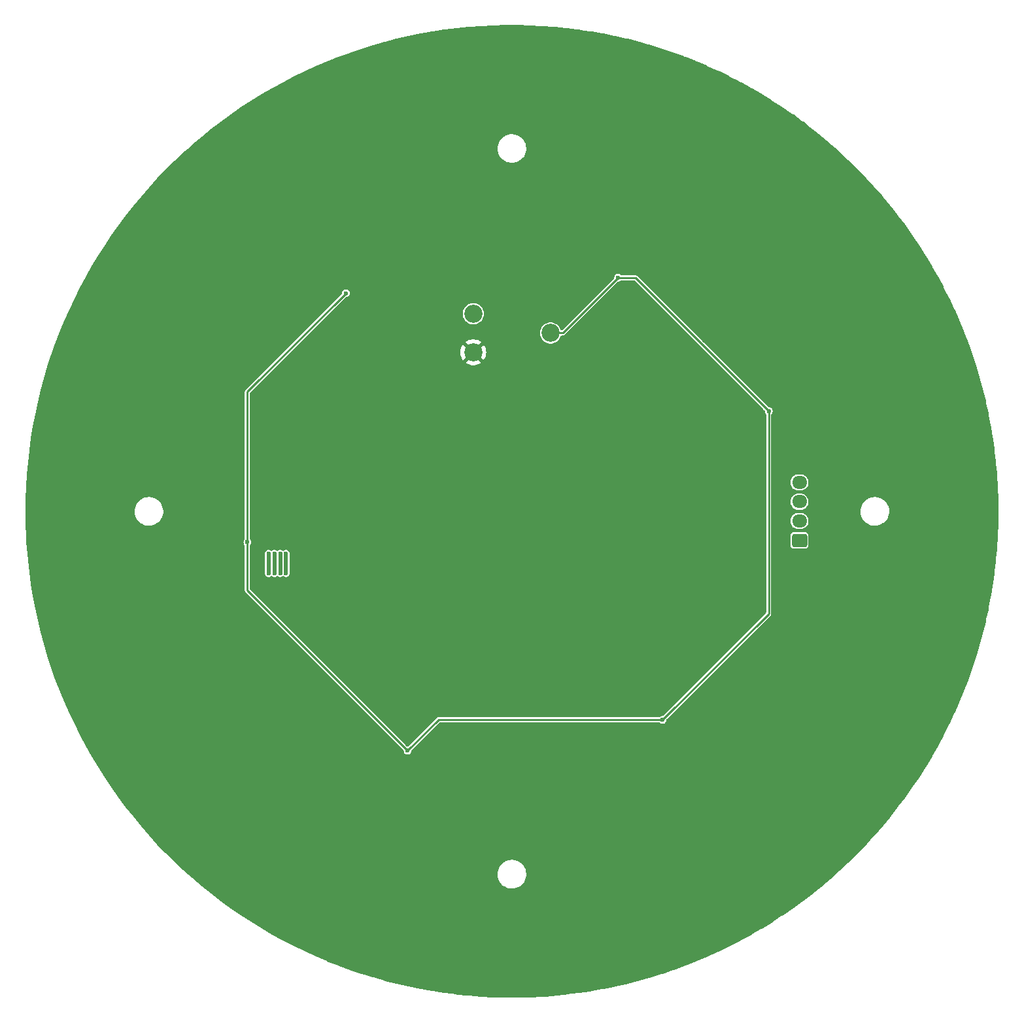
<source format=gbr>
%TF.GenerationSoftware,KiCad,Pcbnew,7.0.8*%
%TF.CreationDate,2023-11-12T08:49:20+11:00*%
%TF.ProjectId,Line 4.3,4c696e65-2034-42e3-932e-6b696361645f,rev?*%
%TF.SameCoordinates,Original*%
%TF.FileFunction,Copper,L1,Top*%
%TF.FilePolarity,Positive*%
%FSLAX46Y46*%
G04 Gerber Fmt 4.6, Leading zero omitted, Abs format (unit mm)*
G04 Created by KiCad (PCBNEW 7.0.8) date 2023-11-12 08:49:20*
%MOMM*%
%LPD*%
G01*
G04 APERTURE LIST*
G04 Aperture macros list*
%AMRoundRect*
0 Rectangle with rounded corners*
0 $1 Rounding radius*
0 $2 $3 $4 $5 $6 $7 $8 $9 X,Y pos of 4 corners*
0 Add a 4 corners polygon primitive as box body*
4,1,4,$2,$3,$4,$5,$6,$7,$8,$9,$2,$3,0*
0 Add four circle primitives for the rounded corners*
1,1,$1+$1,$2,$3*
1,1,$1+$1,$4,$5*
1,1,$1+$1,$6,$7*
1,1,$1+$1,$8,$9*
0 Add four rect primitives between the rounded corners*
20,1,$1+$1,$2,$3,$4,$5,0*
20,1,$1+$1,$4,$5,$6,$7,0*
20,1,$1+$1,$6,$7,$8,$9,0*
20,1,$1+$1,$8,$9,$2,$3,0*%
G04 Aperture macros list end*
%TA.AperFunction,ComponentPad*%
%ADD10RoundRect,0.250000X0.725000X-0.600000X0.725000X0.600000X-0.725000X0.600000X-0.725000X-0.600000X0*%
%TD*%
%TA.AperFunction,ComponentPad*%
%ADD11O,1.950000X1.700000*%
%TD*%
%TA.AperFunction,ComponentPad*%
%ADD12C,2.340000*%
%TD*%
%TA.AperFunction,ViaPad*%
%ADD13C,0.600000*%
%TD*%
%TA.AperFunction,Conductor*%
%ADD14C,0.500000*%
%TD*%
%TA.AperFunction,Conductor*%
%ADD15C,0.250000*%
%TD*%
G04 APERTURE END LIST*
D10*
%TO.P,J1,1,Pin_1*%
%TO.N,+15V*%
X187225000Y-153750000D03*
D11*
%TO.P,J1,2,Pin_2*%
%TO.N,GND*%
X187225000Y-151250000D03*
%TO.P,J1,3,Pin_3*%
%TO.N,/SDA*%
X187225000Y-148750000D03*
%TO.P,J1,4,Pin_4*%
%TO.N,/SCL*%
X187225000Y-146250000D03*
%TD*%
D12*
%TO.P,RV1,1,1*%
%TO.N,+3V3*%
X145000000Y-129400000D03*
%TO.P,RV1,2,2*%
%TO.N,/VREF*%
X155000000Y-126900000D03*
%TO.P,RV1,3,3*%
%TO.N,GND*%
X145000000Y-124400000D03*
%TD*%
D13*
%TO.N,+3V3*%
X89250000Y-153250000D03*
X91708235Y-167172146D03*
X138500000Y-166250000D03*
X122439583Y-204236043D03*
X181674038Y-201861043D03*
X188750000Y-162250000D03*
X161359253Y-91185951D03*
X138640747Y-208814049D03*
X167172146Y-208291765D03*
X183189583Y-200986043D03*
X188750000Y-158500000D03*
X141250000Y-166250000D03*
X116444392Y-100379982D03*
X104745166Y-110755574D03*
X161750000Y-112250000D03*
X200986043Y-116810417D03*
X91185951Y-138640747D03*
X148750000Y-166250000D03*
X169569623Y-206614087D03*
X153250000Y-210750000D03*
X138500000Y-133750000D03*
X131137484Y-92161168D03*
X151500000Y-133750000D03*
X188750000Y-160750000D03*
X158750000Y-166250000D03*
X90478844Y-137416002D03*
X146750000Y-89250000D03*
X208814049Y-161359253D03*
X209068223Y-164274368D03*
X151250000Y-166250000D03*
X199620018Y-116444392D03*
X146250000Y-133750000D03*
X141000000Y-133750000D03*
X168862516Y-207838832D03*
X195254834Y-190658640D03*
X145750000Y-90250000D03*
X90931777Y-135725632D03*
X146250000Y-166250000D03*
X179075962Y-96638957D03*
X166500000Y-166250000D03*
X188750000Y-160000000D03*
X176500000Y-179000000D03*
X92161168Y-168862516D03*
X188000000Y-168500000D03*
X208291765Y-132827854D03*
X108103923Y-194017397D03*
X137416002Y-209521156D03*
X104745166Y-109341360D03*
X194017397Y-191896077D03*
X100379982Y-183555608D03*
X110755574Y-195254834D03*
X136000000Y-133750000D03*
X204236043Y-177560417D03*
X191896077Y-105982603D03*
X210750000Y-148500000D03*
X128500000Y-166250000D03*
X164000000Y-166250000D03*
X153750000Y-133750000D03*
X133500000Y-133750000D03*
X109341360Y-195254834D03*
X138250000Y-187250000D03*
X148500000Y-89250000D03*
X176194392Y-96129982D03*
X125750000Y-166250000D03*
X171590000Y-142500000D03*
X118325962Y-98138957D03*
X183555608Y-199620018D03*
X132827854Y-91708235D03*
X188750000Y-161500000D03*
X120924038Y-203361043D03*
X189244426Y-104745166D03*
X151500000Y-210750000D03*
X195254834Y-189244426D03*
X188750000Y-159250000D03*
X203361043Y-179075962D03*
X190658640Y-104745166D03*
X188000000Y-132250000D03*
X89250000Y-151500000D03*
X99013957Y-183189583D03*
X209750000Y-145750000D03*
X96638957Y-120924038D03*
X161500000Y-166250000D03*
X209521156Y-162583998D03*
X136000000Y-166250000D03*
X135725632Y-209068223D03*
X206614087Y-130430377D03*
X123500000Y-121250000D03*
X133500000Y-166250000D03*
X177560417Y-95763957D03*
X164274368Y-90931777D03*
X188750000Y-164500000D03*
X95763957Y-122439583D03*
X210750000Y-146750000D03*
X130430377Y-93385913D03*
X116810417Y-99013957D03*
X154250000Y-209750000D03*
X159000000Y-133750000D03*
X153750000Y-166250000D03*
X207838832Y-131137484D03*
X125750000Y-133750000D03*
X203870018Y-176194392D03*
X188750000Y-163750000D03*
X123805608Y-203870018D03*
X201861043Y-118325962D03*
X105982603Y-108103923D03*
X128500000Y-133750000D03*
X93385913Y-169569623D03*
X90250000Y-154250000D03*
X96129982Y-123805608D03*
X98138957Y-181674038D03*
X188750000Y-163000000D03*
X162583998Y-90478844D03*
X111549517Y-158750000D03*
%TO.N,GND*%
X119250000Y-158000000D03*
X120750000Y-155500000D03*
X119250000Y-155500000D03*
X120750000Y-158000000D03*
X120000000Y-155500000D03*
X120000000Y-158000000D03*
X118500000Y-155500000D03*
X118500000Y-158000000D03*
%TO.N,/VREF*%
X136500000Y-181000000D03*
X128500000Y-121750000D03*
X183250000Y-137000000D03*
X163750000Y-119750000D03*
X115750000Y-154000000D03*
X169500000Y-177000000D03*
%TD*%
D14*
%TO.N,GND*%
X118500000Y-158000000D02*
X118500000Y-155500000D01*
X119250000Y-155500000D02*
X119250000Y-158000000D01*
X120750000Y-158000000D02*
X120750000Y-155500000D01*
X120000000Y-158000000D02*
X120000000Y-155500000D01*
D15*
%TO.N,/VREF*%
X183250000Y-163250000D02*
X169500000Y-177000000D01*
X140500000Y-177000000D02*
X136500000Y-181000000D01*
X183250000Y-137000000D02*
X183250000Y-163250000D01*
X169500000Y-177000000D02*
X140500000Y-177000000D01*
X155000000Y-126900000D02*
X156600000Y-126900000D01*
X115750000Y-134500000D02*
X128500000Y-121750000D01*
X156600000Y-126900000D02*
X163750000Y-119750000D01*
X163750000Y-119750000D02*
X166000000Y-119750000D01*
X166000000Y-119750000D02*
X183250000Y-137000000D01*
X115750000Y-154000000D02*
X115750000Y-134500000D01*
X115750000Y-160250000D02*
X115750000Y-154000000D01*
X136500000Y-181000000D02*
X115750000Y-160250000D01*
%TD*%
%TA.AperFunction,Conductor*%
%TO.N,+3V3*%
G36*
X150832733Y-87006506D02*
G01*
X152247806Y-87042079D01*
X152417789Y-87047442D01*
X153825178Y-87118245D01*
X154001388Y-87128261D01*
X155400350Y-87233941D01*
X155413858Y-87235051D01*
X155582341Y-87248898D01*
X156972391Y-87389113D01*
X157159863Y-87409296D01*
X158384488Y-87564002D01*
X158540284Y-87583684D01*
X158732762Y-87609333D01*
X158898689Y-87634545D01*
X160103095Y-87817555D01*
X160300060Y-87848878D01*
X161659571Y-88090554D01*
X161850713Y-88125918D01*
X161860988Y-88127819D01*
X163208907Y-88402547D01*
X163414252Y-88445924D01*
X164750160Y-88753360D01*
X164959043Y-88803021D01*
X166282124Y-89142730D01*
X166494391Y-89198890D01*
X167658900Y-89529292D01*
X167804146Y-89570502D01*
X168019221Y-89633252D01*
X168292239Y-89718182D01*
X169315041Y-90036358D01*
X169484121Y-90090354D01*
X169532675Y-90105860D01*
X170813882Y-90540023D01*
X171033691Y-90616381D01*
X172090424Y-91004346D01*
X172299720Y-91081187D01*
X172342441Y-91097246D01*
X172521407Y-91164523D01*
X173771661Y-91659534D01*
X173920034Y-91719626D01*
X173994877Y-91749938D01*
X175228780Y-92274715D01*
X175453121Y-92372234D01*
X176413965Y-92809711D01*
X176669954Y-92926264D01*
X176895194Y-93031006D01*
X178094635Y-93613940D01*
X178320242Y-93725862D01*
X179387918Y-94278348D01*
X179501520Y-94337133D01*
X179727375Y-94456371D01*
X180889984Y-95095521D01*
X181016444Y-95166420D01*
X181115641Y-95222035D01*
X182258992Y-95888550D01*
X182484206Y-96022394D01*
X183607848Y-96715828D01*
X183832125Y-96856891D01*
X184935546Y-97576752D01*
X185040924Y-97646803D01*
X185158677Y-97725081D01*
X186241122Y-98470694D01*
X186462902Y-98626332D01*
X187445980Y-99340581D01*
X187524157Y-99397380D01*
X187744039Y-99560120D01*
X188661375Y-100262490D01*
X188783435Y-100355948D01*
X189001299Y-100525867D01*
X190018313Y-101345908D01*
X190233832Y-101522922D01*
X191228013Y-102366647D01*
X191317164Y-102443716D01*
X191440868Y-102550659D01*
X192171413Y-103202924D01*
X192411746Y-103417505D01*
X192621622Y-103608405D01*
X193568845Y-104497907D01*
X193694406Y-104618042D01*
X193775368Y-104695506D01*
X193932322Y-104850499D01*
X194698322Y-105606933D01*
X194901470Y-105811367D01*
X195263737Y-106187555D01*
X195799743Y-106744159D01*
X195922296Y-106873875D01*
X195999059Y-106955125D01*
X196872211Y-107908672D01*
X197067539Y-108126156D01*
X197915156Y-109099854D01*
X198106200Y-109323681D01*
X198927882Y-110316925D01*
X199114379Y-110546931D01*
X199909774Y-111559151D01*
X200091441Y-111795133D01*
X200860130Y-112825658D01*
X201036806Y-113067546D01*
X201778385Y-114115691D01*
X201923352Y-114325059D01*
X201949849Y-114363327D01*
X202663955Y-115428436D01*
X202829991Y-115681655D01*
X203516312Y-116763123D01*
X203676654Y-117021656D01*
X204334877Y-118118857D01*
X204467779Y-118345733D01*
X204489327Y-118382517D01*
X205119099Y-119494728D01*
X205267533Y-119763442D01*
X205868550Y-120889995D01*
X205912970Y-120975435D01*
X206010691Y-121163396D01*
X206582697Y-122303675D01*
X206718421Y-122581654D01*
X207261115Y-123734938D01*
X207390210Y-124017189D01*
X207903356Y-125182850D01*
X208025677Y-125469176D01*
X208508961Y-126646373D01*
X208624433Y-126936737D01*
X208707004Y-127153193D01*
X209077621Y-128124762D01*
X209186060Y-128418841D01*
X209608961Y-129617063D01*
X209710207Y-129914553D01*
X210102624Y-131122293D01*
X210196553Y-131422946D01*
X210558302Y-132639513D01*
X210644794Y-132943075D01*
X210975674Y-134167667D01*
X211054665Y-134474034D01*
X211354511Y-135705919D01*
X211425878Y-136014747D01*
X211694566Y-137253293D01*
X211758208Y-137564264D01*
X211995597Y-138808695D01*
X212051462Y-139121672D01*
X212257432Y-140371248D01*
X212305439Y-140685908D01*
X212479897Y-141939946D01*
X212519987Y-142256007D01*
X212662838Y-143513690D01*
X212694978Y-143831039D01*
X212806155Y-145091663D01*
X212830290Y-145409869D01*
X212909741Y-146672713D01*
X212925850Y-146991632D01*
X212973536Y-148255943D01*
X212981594Y-148575221D01*
X212999500Y-150000000D01*
X212981594Y-151424778D01*
X212973536Y-151744056D01*
X212925850Y-153008367D01*
X212909741Y-153327286D01*
X212830290Y-154590130D01*
X212806155Y-154908336D01*
X212694978Y-156168960D01*
X212662838Y-156486309D01*
X212519987Y-157743992D01*
X212479897Y-158060053D01*
X212305439Y-159314091D01*
X212257432Y-159628751D01*
X212051462Y-160878327D01*
X211995597Y-161191304D01*
X211758208Y-162435735D01*
X211694566Y-162746706D01*
X211425878Y-163985252D01*
X211354511Y-164294080D01*
X211054665Y-165525965D01*
X210975674Y-165832332D01*
X210644794Y-167056924D01*
X210558302Y-167360486D01*
X210196553Y-168577053D01*
X210102624Y-168877706D01*
X209710207Y-170085446D01*
X209608961Y-170382936D01*
X209186060Y-171581158D01*
X209077621Y-171875237D01*
X208624441Y-173063244D01*
X208508961Y-173353626D01*
X208025677Y-174530823D01*
X207903356Y-174817149D01*
X207390210Y-175982810D01*
X207261115Y-176265061D01*
X206718421Y-177418345D01*
X206582697Y-177696324D01*
X206010691Y-178836603D01*
X205868559Y-179109988D01*
X205267533Y-180236557D01*
X205119099Y-180505271D01*
X204489327Y-181617482D01*
X204424581Y-181728010D01*
X204334865Y-181881163D01*
X203676654Y-182978343D01*
X203516312Y-183236876D01*
X202829991Y-184318344D01*
X202663955Y-184571563D01*
X201949849Y-185636672D01*
X201778381Y-185884315D01*
X201036808Y-186932451D01*
X200860130Y-187174341D01*
X200091441Y-188204866D01*
X199909774Y-188440848D01*
X199114379Y-189453068D01*
X198927882Y-189683074D01*
X198106200Y-190676318D01*
X197915156Y-190900145D01*
X197067539Y-191873843D01*
X196872211Y-192091327D01*
X195999059Y-193044874D01*
X195799721Y-193255864D01*
X194901470Y-194188632D01*
X194698322Y-194393066D01*
X193775377Y-195304485D01*
X193568828Y-195502109D01*
X192621636Y-196391582D01*
X192411746Y-196582494D01*
X191440884Y-197449326D01*
X191417781Y-197469300D01*
X191228013Y-197633352D01*
X190233832Y-198477077D01*
X190018313Y-198654091D01*
X189001299Y-199474132D01*
X188783435Y-199644051D01*
X187744052Y-200439870D01*
X187524157Y-200602619D01*
X186462938Y-201373641D01*
X186241175Y-201529269D01*
X185158657Y-202274932D01*
X184935546Y-202423247D01*
X183832125Y-203143108D01*
X183607848Y-203284171D01*
X182484206Y-203977605D01*
X182258992Y-204111449D01*
X181115626Y-204777973D01*
X180889984Y-204904478D01*
X179727375Y-205543628D01*
X179501520Y-205662866D01*
X178320264Y-206274126D01*
X178094562Y-206386094D01*
X176895224Y-206968979D01*
X176669970Y-207073728D01*
X175453126Y-207627763D01*
X175228695Y-207725321D01*
X173994877Y-208250061D01*
X173771664Y-208340464D01*
X172521449Y-208835459D01*
X172484682Y-208849281D01*
X172299720Y-208918812D01*
X171033726Y-209383605D01*
X170813846Y-209459988D01*
X169532675Y-209894139D01*
X169314999Y-209963654D01*
X168019221Y-210366747D01*
X167804146Y-210429497D01*
X166494413Y-210801103D01*
X166282080Y-210857280D01*
X164959078Y-211196969D01*
X164750058Y-211246662D01*
X163414284Y-211554068D01*
X163208834Y-211597467D01*
X161860984Y-211872180D01*
X161659474Y-211909463D01*
X160300103Y-212151114D01*
X160103067Y-212182448D01*
X158732762Y-212390666D01*
X158540284Y-212416315D01*
X157159871Y-212590702D01*
X156972360Y-212610889D01*
X155582390Y-212751096D01*
X155400350Y-212766058D01*
X154001388Y-212871738D01*
X153825092Y-212881759D01*
X152417806Y-212952556D01*
X152247719Y-212957923D01*
X150832741Y-212993493D01*
X150669021Y-212994526D01*
X149247101Y-212994526D01*
X149090230Y-212991555D01*
X147661932Y-212955651D01*
X147512260Y-212949038D01*
X146078228Y-212876895D01*
X145936124Y-212867018D01*
X144496987Y-212758303D01*
X144362849Y-212745572D01*
X142919272Y-212599958D01*
X142793237Y-212584778D01*
X141346022Y-212401953D01*
X141228498Y-212384780D01*
X139778195Y-212164406D01*
X139669726Y-212145750D01*
X138216882Y-211887483D01*
X138117608Y-211867817D01*
X136662988Y-211571342D01*
X136613167Y-211560160D01*
X136573312Y-211551214D01*
X135117519Y-211216187D01*
X135038043Y-211196230D01*
X133581540Y-210822264D01*
X133512179Y-210802973D01*
X132055890Y-210389786D01*
X131997261Y-210371875D01*
X130869155Y-210020942D01*
X130541641Y-209919058D01*
X130493850Y-209903128D01*
X129039701Y-209410360D01*
X129003173Y-209397152D01*
X127700276Y-208918812D01*
X127551016Y-208864013D01*
X127546723Y-208862337D01*
X127526105Y-208854287D01*
X126076564Y-208280373D01*
X126063531Y-208274903D01*
X124617219Y-207659786D01*
X124616467Y-207659448D01*
X123176118Y-207003652D01*
X121752082Y-206311563D01*
X120345888Y-205583906D01*
X118958424Y-204821141D01*
X117590567Y-204023751D01*
X116243180Y-203192237D01*
X114917115Y-202327126D01*
X113613208Y-201428965D01*
X112332285Y-200498319D01*
X111075153Y-199535778D01*
X109842607Y-198541949D01*
X108635426Y-197517460D01*
X108131760Y-197067763D01*
X148145787Y-197067763D01*
X148175413Y-197337013D01*
X148175415Y-197337024D01*
X148243926Y-197599082D01*
X148243928Y-197599088D01*
X148349870Y-197848390D01*
X148421998Y-197966575D01*
X148490979Y-198079605D01*
X148490986Y-198079615D01*
X148664253Y-198287819D01*
X148664259Y-198287824D01*
X148865998Y-198468582D01*
X149091910Y-198618044D01*
X149337176Y-198733020D01*
X149337183Y-198733022D01*
X149337185Y-198733023D01*
X149596557Y-198811057D01*
X149596564Y-198811058D01*
X149596569Y-198811060D01*
X149864561Y-198850500D01*
X149864566Y-198850500D01*
X150067636Y-198850500D01*
X150119133Y-198846730D01*
X150270156Y-198835677D01*
X150382758Y-198810593D01*
X150534546Y-198776782D01*
X150534548Y-198776781D01*
X150534553Y-198776780D01*
X150787558Y-198680014D01*
X151023777Y-198547441D01*
X151238177Y-198381888D01*
X151426186Y-198186881D01*
X151583799Y-197966579D01*
X151657787Y-197822669D01*
X151707649Y-197725690D01*
X151707651Y-197725684D01*
X151707656Y-197725675D01*
X151795118Y-197469305D01*
X151844319Y-197202933D01*
X151854212Y-196932235D01*
X151824586Y-196662982D01*
X151756072Y-196400912D01*
X151650130Y-196151610D01*
X151509018Y-195920390D01*
X151419747Y-195813119D01*
X151335746Y-195712180D01*
X151335740Y-195712175D01*
X151134002Y-195531418D01*
X150908092Y-195381957D01*
X150902015Y-195379108D01*
X150662824Y-195266980D01*
X150662819Y-195266978D01*
X150662814Y-195266976D01*
X150403442Y-195188942D01*
X150403428Y-195188939D01*
X150287791Y-195171921D01*
X150135439Y-195149500D01*
X149932369Y-195149500D01*
X149932364Y-195149500D01*
X149729844Y-195164323D01*
X149729831Y-195164325D01*
X149465453Y-195223217D01*
X149465446Y-195223220D01*
X149212439Y-195319987D01*
X148976226Y-195452557D01*
X148761822Y-195618112D01*
X148573822Y-195813109D01*
X148573816Y-195813116D01*
X148416202Y-196033419D01*
X148416199Y-196033424D01*
X148292350Y-196274309D01*
X148292343Y-196274327D01*
X148204884Y-196530685D01*
X148204881Y-196530699D01*
X148155681Y-196797068D01*
X148155680Y-196797075D01*
X148145787Y-197067763D01*
X108131760Y-197067763D01*
X107454371Y-196462958D01*
X106300189Y-195379108D01*
X105173608Y-194266597D01*
X104075341Y-193126125D01*
X103006081Y-191958415D01*
X101966503Y-190764202D01*
X100957264Y-189544242D01*
X99979002Y-188299305D01*
X99032334Y-187030177D01*
X98117858Y-185737660D01*
X97236152Y-184422571D01*
X96387773Y-183085739D01*
X95573257Y-181728010D01*
X94793117Y-180350241D01*
X94047848Y-178953301D01*
X93337919Y-177538075D01*
X92663779Y-176105454D01*
X92025854Y-174656345D01*
X91424546Y-173191663D01*
X90860236Y-171712332D01*
X90333280Y-170219287D01*
X89844011Y-168713471D01*
X89392738Y-167195835D01*
X88979745Y-165667339D01*
X88605294Y-164128946D01*
X88269622Y-162581629D01*
X87972939Y-161026365D01*
X87715434Y-159464137D01*
X87497270Y-157895931D01*
X87318583Y-156322738D01*
X87179488Y-154745551D01*
X87132582Y-154000000D01*
X115244353Y-154000000D01*
X115264834Y-154142456D01*
X115324622Y-154273371D01*
X115324623Y-154273373D01*
X115394213Y-154353685D01*
X115423238Y-154417240D01*
X115424500Y-154434887D01*
X115424500Y-160233078D01*
X115424264Y-160238485D01*
X115420735Y-160278808D01*
X115431212Y-160317910D01*
X115432383Y-160323190D01*
X115439411Y-160363043D01*
X115441235Y-160368055D01*
X115448197Y-160384861D01*
X115450445Y-160389681D01*
X115450446Y-160389684D01*
X115464452Y-160409687D01*
X115473655Y-160422831D01*
X115476561Y-160427392D01*
X115496806Y-160462455D01*
X115527815Y-160488475D01*
X115531804Y-160492130D01*
X135958035Y-180918362D01*
X135991519Y-180979683D01*
X135992764Y-180991268D01*
X135993091Y-180991222D01*
X136014834Y-181142456D01*
X136074622Y-181273371D01*
X136074623Y-181273373D01*
X136168872Y-181382143D01*
X136289947Y-181459953D01*
X136289950Y-181459954D01*
X136289949Y-181459954D01*
X136428036Y-181500499D01*
X136428038Y-181500500D01*
X136428039Y-181500500D01*
X136571962Y-181500500D01*
X136571962Y-181500499D01*
X136710053Y-181459953D01*
X136831128Y-181382143D01*
X136925377Y-181273373D01*
X136985165Y-181142457D01*
X137005647Y-181000000D01*
X137005646Y-180999999D01*
X137006909Y-180991222D01*
X137009873Y-180991648D01*
X137025332Y-180939002D01*
X137041966Y-180918360D01*
X140598508Y-177361819D01*
X140659831Y-177328334D01*
X140686189Y-177325500D01*
X169063162Y-177325500D01*
X169130201Y-177345185D01*
X169156872Y-177368295D01*
X169168872Y-177382143D01*
X169289947Y-177459953D01*
X169289950Y-177459954D01*
X169289949Y-177459954D01*
X169428036Y-177500499D01*
X169428038Y-177500500D01*
X169428039Y-177500500D01*
X169571962Y-177500500D01*
X169571962Y-177500499D01*
X169710053Y-177459953D01*
X169831128Y-177382143D01*
X169925377Y-177273373D01*
X169985165Y-177142457D01*
X170005647Y-177000000D01*
X170005646Y-176999999D01*
X170006909Y-176991221D01*
X170009873Y-176991647D01*
X170025332Y-176939001D01*
X170041966Y-176918359D01*
X176577389Y-170382936D01*
X183468210Y-163492115D01*
X183472172Y-163488484D01*
X183503194Y-163462455D01*
X183523444Y-163427378D01*
X183526333Y-163422845D01*
X183549553Y-163389684D01*
X183549555Y-163389676D01*
X183551816Y-163384828D01*
X183558754Y-163368079D01*
X183560583Y-163363052D01*
X183560588Y-163363045D01*
X183567622Y-163323147D01*
X183568779Y-163317929D01*
X183579263Y-163278807D01*
X183575735Y-163238489D01*
X183575500Y-163233086D01*
X183575500Y-154404269D01*
X186049500Y-154404269D01*
X186052353Y-154434699D01*
X186052353Y-154434701D01*
X186097206Y-154562880D01*
X186097207Y-154562882D01*
X186177850Y-154672150D01*
X186287118Y-154752793D01*
X186329845Y-154767744D01*
X186415299Y-154797646D01*
X186445730Y-154800500D01*
X186445734Y-154800500D01*
X188004270Y-154800500D01*
X188034699Y-154797646D01*
X188034701Y-154797646D01*
X188098790Y-154775219D01*
X188162882Y-154752793D01*
X188272150Y-154672150D01*
X188352793Y-154562882D01*
X188375219Y-154498790D01*
X188397646Y-154434701D01*
X188397646Y-154434699D01*
X188400500Y-154404269D01*
X188400500Y-153095730D01*
X188397646Y-153065300D01*
X188397646Y-153065298D01*
X188352793Y-152937119D01*
X188352792Y-152937117D01*
X188272150Y-152827850D01*
X188162882Y-152747207D01*
X188162880Y-152747206D01*
X188034700Y-152702353D01*
X188004270Y-152699500D01*
X188004266Y-152699500D01*
X186445734Y-152699500D01*
X186445730Y-152699500D01*
X186415300Y-152702353D01*
X186415298Y-152702353D01*
X186287119Y-152747206D01*
X186287117Y-152747207D01*
X186177850Y-152827850D01*
X186097207Y-152937117D01*
X186097206Y-152937119D01*
X186052353Y-153065298D01*
X186052353Y-153065300D01*
X186049500Y-153095730D01*
X186049500Y-154404269D01*
X183575500Y-154404269D01*
X183575500Y-151250000D01*
X186044417Y-151250000D01*
X186064699Y-151455932D01*
X186092458Y-151547441D01*
X186124768Y-151653954D01*
X186222315Y-151836450D01*
X186256969Y-151878677D01*
X186353589Y-151996410D01*
X186450209Y-152075702D01*
X186513550Y-152127685D01*
X186696046Y-152225232D01*
X186894066Y-152285300D01*
X186894065Y-152285300D01*
X186932647Y-152289100D01*
X187048392Y-152300500D01*
X187048395Y-152300500D01*
X187401605Y-152300500D01*
X187401608Y-152300500D01*
X187555934Y-152285300D01*
X187753954Y-152225232D01*
X187936450Y-152127685D01*
X188096410Y-151996410D01*
X188227685Y-151836450D01*
X188325232Y-151653954D01*
X188385300Y-151455934D01*
X188405583Y-151250000D01*
X188385300Y-151044066D01*
X188325232Y-150846046D01*
X188227685Y-150663550D01*
X188174778Y-150599082D01*
X188096410Y-150503589D01*
X187936452Y-150372317D01*
X187936453Y-150372317D01*
X187936450Y-150372315D01*
X187753954Y-150274768D01*
X187555934Y-150214700D01*
X187555932Y-150214699D01*
X187555934Y-150214699D01*
X187436372Y-150202924D01*
X187401608Y-150199500D01*
X187048392Y-150199500D01*
X187013628Y-150202924D01*
X186894067Y-150214699D01*
X186696043Y-150274769D01*
X186585898Y-150333643D01*
X186513550Y-150372315D01*
X186513548Y-150372316D01*
X186513547Y-150372317D01*
X186353589Y-150503589D01*
X186222317Y-150663547D01*
X186124769Y-150846043D01*
X186064699Y-151044067D01*
X186044417Y-151250000D01*
X183575500Y-151250000D01*
X183575500Y-150067763D01*
X195145787Y-150067763D01*
X195175413Y-150337013D01*
X195175415Y-150337024D01*
X195243926Y-150599082D01*
X195243928Y-150599088D01*
X195349870Y-150848390D01*
X195421998Y-150966575D01*
X195490979Y-151079605D01*
X195490986Y-151079615D01*
X195664253Y-151287819D01*
X195664259Y-151287824D01*
X195865998Y-151468582D01*
X196091910Y-151618044D01*
X196337176Y-151733020D01*
X196337183Y-151733022D01*
X196337185Y-151733023D01*
X196596557Y-151811057D01*
X196596564Y-151811058D01*
X196596569Y-151811060D01*
X196864561Y-151850500D01*
X196864566Y-151850500D01*
X197067636Y-151850500D01*
X197119133Y-151846730D01*
X197270156Y-151835677D01*
X197382758Y-151810593D01*
X197534546Y-151776782D01*
X197534548Y-151776781D01*
X197534553Y-151776780D01*
X197787558Y-151680014D01*
X198023777Y-151547441D01*
X198238177Y-151381888D01*
X198426186Y-151186881D01*
X198583799Y-150966579D01*
X198657787Y-150822669D01*
X198707649Y-150725690D01*
X198707651Y-150725684D01*
X198707656Y-150725675D01*
X198795118Y-150469305D01*
X198844319Y-150202933D01*
X198854212Y-149932235D01*
X198824586Y-149662982D01*
X198756072Y-149400912D01*
X198650130Y-149151610D01*
X198509018Y-148920390D01*
X198419747Y-148813119D01*
X198335746Y-148712180D01*
X198335740Y-148712175D01*
X198134002Y-148531418D01*
X197908092Y-148381957D01*
X197908090Y-148381956D01*
X197662824Y-148266980D01*
X197662819Y-148266978D01*
X197662814Y-148266976D01*
X197403442Y-148188942D01*
X197403428Y-148188939D01*
X197287791Y-148171921D01*
X197135439Y-148149500D01*
X196932369Y-148149500D01*
X196932364Y-148149500D01*
X196729844Y-148164323D01*
X196729831Y-148164325D01*
X196465453Y-148223217D01*
X196465446Y-148223220D01*
X196212439Y-148319987D01*
X195976226Y-148452557D01*
X195761822Y-148618112D01*
X195573822Y-148813109D01*
X195573816Y-148813116D01*
X195416202Y-149033419D01*
X195416199Y-149033424D01*
X195292350Y-149274309D01*
X195292343Y-149274327D01*
X195204884Y-149530685D01*
X195204882Y-149530695D01*
X195157855Y-149785300D01*
X195155681Y-149797068D01*
X195155680Y-149797075D01*
X195145787Y-150067763D01*
X183575500Y-150067763D01*
X183575500Y-148750000D01*
X186044417Y-148750000D01*
X186064699Y-148955932D01*
X186088205Y-149033421D01*
X186124768Y-149153954D01*
X186222315Y-149336450D01*
X186222317Y-149336452D01*
X186353589Y-149496410D01*
X186450209Y-149575702D01*
X186513550Y-149627685D01*
X186696046Y-149725232D01*
X186894066Y-149785300D01*
X186894065Y-149785300D01*
X186932647Y-149789100D01*
X187048392Y-149800500D01*
X187048395Y-149800500D01*
X187401605Y-149800500D01*
X187401608Y-149800500D01*
X187555934Y-149785300D01*
X187753954Y-149725232D01*
X187936450Y-149627685D01*
X188096410Y-149496410D01*
X188227685Y-149336450D01*
X188325232Y-149153954D01*
X188385300Y-148955934D01*
X188405583Y-148750000D01*
X188385300Y-148544066D01*
X188325232Y-148346046D01*
X188227685Y-148163550D01*
X188175702Y-148100209D01*
X188096410Y-148003589D01*
X187936452Y-147872317D01*
X187936453Y-147872317D01*
X187936450Y-147872315D01*
X187753954Y-147774768D01*
X187555934Y-147714700D01*
X187555932Y-147714699D01*
X187555934Y-147714699D01*
X187436805Y-147702966D01*
X187401608Y-147699500D01*
X187048392Y-147699500D01*
X187010298Y-147703251D01*
X186894067Y-147714699D01*
X186696043Y-147774769D01*
X186585898Y-147833643D01*
X186513550Y-147872315D01*
X186513548Y-147872316D01*
X186513547Y-147872317D01*
X186353589Y-148003589D01*
X186233845Y-148149500D01*
X186222315Y-148163550D01*
X186183643Y-148235898D01*
X186124769Y-148346043D01*
X186064699Y-148544067D01*
X186044417Y-148750000D01*
X183575500Y-148750000D01*
X183575500Y-146250000D01*
X186044417Y-146250000D01*
X186064699Y-146455932D01*
X186064700Y-146455934D01*
X186124768Y-146653954D01*
X186222315Y-146836450D01*
X186222317Y-146836452D01*
X186353589Y-146996410D01*
X186450209Y-147075702D01*
X186513550Y-147127685D01*
X186696046Y-147225232D01*
X186894066Y-147285300D01*
X186894065Y-147285300D01*
X186932647Y-147289100D01*
X187048392Y-147300500D01*
X187048395Y-147300500D01*
X187401605Y-147300500D01*
X187401608Y-147300500D01*
X187555934Y-147285300D01*
X187753954Y-147225232D01*
X187936450Y-147127685D01*
X188096410Y-146996410D01*
X188227685Y-146836450D01*
X188325232Y-146653954D01*
X188385300Y-146455934D01*
X188405583Y-146250000D01*
X188385300Y-146044066D01*
X188325232Y-145846046D01*
X188227685Y-145663550D01*
X188175702Y-145600209D01*
X188096410Y-145503589D01*
X187936452Y-145372317D01*
X187936453Y-145372317D01*
X187936450Y-145372315D01*
X187753954Y-145274768D01*
X187555934Y-145214700D01*
X187555932Y-145214699D01*
X187555934Y-145214699D01*
X187436805Y-145202966D01*
X187401608Y-145199500D01*
X187048392Y-145199500D01*
X187010298Y-145203251D01*
X186894067Y-145214699D01*
X186696043Y-145274769D01*
X186585898Y-145333643D01*
X186513550Y-145372315D01*
X186513548Y-145372316D01*
X186513547Y-145372317D01*
X186353589Y-145503589D01*
X186222317Y-145663547D01*
X186124769Y-145846043D01*
X186064699Y-146044067D01*
X186044417Y-146250000D01*
X183575500Y-146250000D01*
X183575500Y-137434887D01*
X183595185Y-137367848D01*
X183605782Y-137353689D01*
X183675377Y-137273373D01*
X183735165Y-137142457D01*
X183755647Y-137000000D01*
X183735165Y-136857543D01*
X183675377Y-136726627D01*
X183581128Y-136617857D01*
X183460053Y-136540047D01*
X183460051Y-136540046D01*
X183460049Y-136540045D01*
X183460050Y-136540045D01*
X183321963Y-136499500D01*
X183321961Y-136499500D01*
X183261188Y-136499500D01*
X183194149Y-136479815D01*
X183173507Y-136463181D01*
X174761589Y-128051263D01*
X166242119Y-119531793D01*
X166238474Y-119527814D01*
X166212456Y-119496807D01*
X166212455Y-119496806D01*
X166201058Y-119490226D01*
X166177392Y-119476561D01*
X166172831Y-119473655D01*
X166159687Y-119464452D01*
X166139684Y-119450446D01*
X166139681Y-119450445D01*
X166134861Y-119448197D01*
X166118055Y-119441235D01*
X166113043Y-119439411D01*
X166073190Y-119432383D01*
X166067910Y-119431212D01*
X166028808Y-119420735D01*
X165993892Y-119423790D01*
X165988481Y-119424264D01*
X165983078Y-119424500D01*
X164186838Y-119424500D01*
X164119799Y-119404815D01*
X164093127Y-119381704D01*
X164081128Y-119367857D01*
X163960053Y-119290047D01*
X163960051Y-119290046D01*
X163960049Y-119290045D01*
X163960050Y-119290045D01*
X163821963Y-119249500D01*
X163821961Y-119249500D01*
X163678039Y-119249500D01*
X163678036Y-119249500D01*
X163539949Y-119290045D01*
X163418873Y-119367856D01*
X163324623Y-119476626D01*
X163324622Y-119476628D01*
X163264834Y-119607543D01*
X163243091Y-119758779D01*
X163240126Y-119758352D01*
X163224668Y-119810997D01*
X163208034Y-119831639D01*
X156512691Y-126526982D01*
X156451368Y-126560467D01*
X156381676Y-126555483D01*
X156325743Y-126513611D01*
X156304804Y-126469739D01*
X156300685Y-126453475D01*
X156209451Y-126245482D01*
X156209450Y-126245479D01*
X156085224Y-126055337D01*
X155931396Y-125888235D01*
X155931391Y-125888231D01*
X155931389Y-125888229D01*
X155752169Y-125748736D01*
X155752163Y-125748732D01*
X155552411Y-125640631D01*
X155552406Y-125640629D01*
X155337593Y-125566884D01*
X155188239Y-125541961D01*
X155113563Y-125529500D01*
X154886437Y-125529500D01*
X154830430Y-125538846D01*
X154662406Y-125566884D01*
X154447593Y-125640629D01*
X154447588Y-125640631D01*
X154247836Y-125748732D01*
X154247830Y-125748736D01*
X154068610Y-125888229D01*
X154068607Y-125888232D01*
X153914776Y-126055337D01*
X153790548Y-126245482D01*
X153699314Y-126453475D01*
X153643558Y-126673653D01*
X153624803Y-126899994D01*
X153624803Y-126900005D01*
X153643558Y-127126346D01*
X153699314Y-127346524D01*
X153699315Y-127346526D01*
X153790550Y-127554521D01*
X153914776Y-127744663D01*
X154068604Y-127911765D01*
X154068607Y-127911767D01*
X154068610Y-127911770D01*
X154247830Y-128051263D01*
X154247836Y-128051267D01*
X154247839Y-128051269D01*
X154447590Y-128159369D01*
X154662409Y-128233116D01*
X154886437Y-128270500D01*
X154886438Y-128270500D01*
X155113562Y-128270500D01*
X155113563Y-128270500D01*
X155337591Y-128233116D01*
X155552410Y-128159369D01*
X155752161Y-128051269D01*
X155931396Y-127911765D01*
X156085224Y-127744663D01*
X156209450Y-127554521D01*
X156300685Y-127346526D01*
X156307640Y-127319060D01*
X156343179Y-127258905D01*
X156405599Y-127227512D01*
X156427846Y-127225500D01*
X156583078Y-127225500D01*
X156588481Y-127225735D01*
X156628807Y-127229264D01*
X156667940Y-127218777D01*
X156673162Y-127217619D01*
X156713045Y-127210588D01*
X156713050Y-127210584D01*
X156718099Y-127208747D01*
X156734824Y-127201819D01*
X156739681Y-127199554D01*
X156739684Y-127199554D01*
X156772841Y-127176335D01*
X156777390Y-127173438D01*
X156812455Y-127153194D01*
X156838481Y-127122176D01*
X156842122Y-127118202D01*
X163673507Y-120286819D01*
X163734830Y-120253334D01*
X163761188Y-120250500D01*
X163821962Y-120250500D01*
X163821962Y-120250499D01*
X163960053Y-120209953D01*
X164081128Y-120132143D01*
X164093126Y-120118296D01*
X164151903Y-120080523D01*
X164186838Y-120075500D01*
X165813812Y-120075500D01*
X165880851Y-120095185D01*
X165901493Y-120111819D01*
X182708034Y-136918360D01*
X182741519Y-136979683D01*
X182742764Y-136991268D01*
X182743091Y-136991222D01*
X182764834Y-137142456D01*
X182815453Y-137253293D01*
X182824623Y-137273373D01*
X182894213Y-137353685D01*
X182923238Y-137417240D01*
X182924500Y-137434887D01*
X182924500Y-163063811D01*
X182904815Y-163130850D01*
X182888181Y-163151492D01*
X169576493Y-176463181D01*
X169515170Y-176496666D01*
X169488812Y-176499500D01*
X169428036Y-176499500D01*
X169289949Y-176540045D01*
X169168873Y-176617856D01*
X169168872Y-176617856D01*
X169168872Y-176617857D01*
X169156873Y-176631703D01*
X169098097Y-176669477D01*
X169063162Y-176674500D01*
X140516913Y-176674500D01*
X140511511Y-176674264D01*
X140504126Y-176673618D01*
X140471192Y-176670736D01*
X140471191Y-176670736D01*
X140432099Y-176681211D01*
X140426819Y-176682382D01*
X140386954Y-176689412D01*
X140381962Y-176691229D01*
X140365117Y-176698206D01*
X140360313Y-176700446D01*
X140327163Y-176723658D01*
X140322602Y-176726564D01*
X140287548Y-176746804D01*
X140287545Y-176746806D01*
X140287543Y-176746807D01*
X140287542Y-176746809D01*
X140261523Y-176777815D01*
X140257869Y-176781803D01*
X136587681Y-180451992D01*
X136526358Y-180485477D01*
X136456666Y-180480493D01*
X136412319Y-180451992D01*
X116111819Y-160151492D01*
X116078334Y-160090169D01*
X116075500Y-160063811D01*
X116075500Y-158000000D01*
X117994353Y-158000000D01*
X118014834Y-158142456D01*
X118074622Y-158273371D01*
X118074623Y-158273373D01*
X118168872Y-158382143D01*
X118289947Y-158459953D01*
X118289950Y-158459954D01*
X118289949Y-158459954D01*
X118428036Y-158500499D01*
X118428038Y-158500500D01*
X118428039Y-158500500D01*
X118571962Y-158500500D01*
X118571962Y-158500499D01*
X118710053Y-158459953D01*
X118807960Y-158397031D01*
X118875000Y-158377347D01*
X118942039Y-158397032D01*
X118942040Y-158397032D01*
X119039947Y-158459953D01*
X119039948Y-158459953D01*
X119039949Y-158459954D01*
X119178036Y-158500499D01*
X119178038Y-158500500D01*
X119178039Y-158500500D01*
X119321962Y-158500500D01*
X119321962Y-158500499D01*
X119460053Y-158459953D01*
X119557960Y-158397031D01*
X119625000Y-158377347D01*
X119692039Y-158397032D01*
X119692040Y-158397032D01*
X119789947Y-158459953D01*
X119789948Y-158459953D01*
X119789949Y-158459954D01*
X119928036Y-158500499D01*
X119928038Y-158500500D01*
X119928039Y-158500500D01*
X120071962Y-158500500D01*
X120071962Y-158500499D01*
X120210053Y-158459953D01*
X120307960Y-158397031D01*
X120375000Y-158377347D01*
X120442039Y-158397032D01*
X120442040Y-158397032D01*
X120539947Y-158459953D01*
X120539948Y-158459953D01*
X120539949Y-158459954D01*
X120678036Y-158500499D01*
X120678038Y-158500500D01*
X120678039Y-158500500D01*
X120821962Y-158500500D01*
X120821962Y-158500499D01*
X120960053Y-158459953D01*
X121081128Y-158382143D01*
X121175377Y-158273373D01*
X121235165Y-158142457D01*
X121255647Y-158000000D01*
X121235165Y-157857543D01*
X121232484Y-157851673D01*
X121211706Y-157806174D01*
X121200500Y-157754663D01*
X121200500Y-155745335D01*
X121211705Y-155693825D01*
X121235165Y-155642457D01*
X121255647Y-155500000D01*
X121235165Y-155357543D01*
X121175377Y-155226627D01*
X121081128Y-155117857D01*
X120960053Y-155040047D01*
X120960051Y-155040046D01*
X120960049Y-155040045D01*
X120960050Y-155040045D01*
X120821963Y-154999500D01*
X120821961Y-154999500D01*
X120678039Y-154999500D01*
X120678036Y-154999500D01*
X120539949Y-155040045D01*
X120442039Y-155102968D01*
X120374999Y-155122652D01*
X120307961Y-155102968D01*
X120210050Y-155040045D01*
X120071963Y-154999500D01*
X120071961Y-154999500D01*
X119928039Y-154999500D01*
X119928036Y-154999500D01*
X119789949Y-155040045D01*
X119692039Y-155102968D01*
X119624999Y-155122652D01*
X119557961Y-155102968D01*
X119460050Y-155040045D01*
X119321963Y-154999500D01*
X119321961Y-154999500D01*
X119178039Y-154999500D01*
X119178036Y-154999500D01*
X119039949Y-155040045D01*
X118942039Y-155102968D01*
X118874999Y-155122652D01*
X118807961Y-155102968D01*
X118710050Y-155040045D01*
X118571963Y-154999500D01*
X118571961Y-154999500D01*
X118428039Y-154999500D01*
X118428036Y-154999500D01*
X118289949Y-155040045D01*
X118168873Y-155117856D01*
X118074623Y-155226626D01*
X118074622Y-155226628D01*
X118014834Y-155357543D01*
X117994353Y-155500000D01*
X118014834Y-155642453D01*
X118014834Y-155642454D01*
X118014834Y-155642455D01*
X118014835Y-155642457D01*
X118038294Y-155693825D01*
X118049500Y-155745335D01*
X118049500Y-157754663D01*
X118038294Y-157806174D01*
X118014835Y-157857541D01*
X118014834Y-157857542D01*
X117994353Y-158000000D01*
X116075500Y-158000000D01*
X116075500Y-154434887D01*
X116095185Y-154367848D01*
X116105782Y-154353689D01*
X116175377Y-154273373D01*
X116235165Y-154142457D01*
X116255647Y-154000000D01*
X116235165Y-153857543D01*
X116175377Y-153726627D01*
X116175375Y-153726625D01*
X116175374Y-153726622D01*
X116105787Y-153646314D01*
X116076762Y-153582758D01*
X116075500Y-153565112D01*
X116075500Y-134686188D01*
X116095185Y-134619149D01*
X116111819Y-134598507D01*
X121310322Y-129400004D01*
X143325317Y-129400004D01*
X143344021Y-129649597D01*
X143344021Y-129649599D01*
X143399714Y-129893607D01*
X143399720Y-129893626D01*
X143491163Y-130126618D01*
X143616311Y-130343382D01*
X143654800Y-130391645D01*
X144397452Y-129648993D01*
X144407188Y-129678956D01*
X144495186Y-129817619D01*
X144614903Y-129930040D01*
X144749510Y-130004041D01*
X144008402Y-130745148D01*
X144162651Y-130850313D01*
X144162664Y-130850320D01*
X144388167Y-130958916D01*
X144388165Y-130958916D01*
X144627346Y-131032694D01*
X144627352Y-131032696D01*
X144874843Y-131069999D01*
X144874852Y-131070000D01*
X145125148Y-131070000D01*
X145125156Y-131069999D01*
X145372647Y-131032696D01*
X145372653Y-131032694D01*
X145611833Y-130958916D01*
X145837334Y-130850322D01*
X145837335Y-130850321D01*
X145991596Y-130745148D01*
X145247534Y-130001086D01*
X145315629Y-129974126D01*
X145448492Y-129877595D01*
X145553175Y-129751055D01*
X145601631Y-129648079D01*
X146345198Y-130391646D01*
X146345199Y-130391645D01*
X146383681Y-130343392D01*
X146383688Y-130343381D01*
X146508836Y-130126618D01*
X146600279Y-129893626D01*
X146600285Y-129893607D01*
X146655978Y-129649599D01*
X146655978Y-129649597D01*
X146674683Y-129400004D01*
X146674683Y-129399995D01*
X146655978Y-129150402D01*
X146655978Y-129150400D01*
X146600285Y-128906392D01*
X146600279Y-128906373D01*
X146508836Y-128673381D01*
X146383685Y-128456613D01*
X146345199Y-128408352D01*
X145602546Y-129151004D01*
X145592812Y-129121044D01*
X145504814Y-128982381D01*
X145385097Y-128869960D01*
X145250489Y-128795958D01*
X145991596Y-128054850D01*
X145837342Y-127949682D01*
X145837334Y-127949677D01*
X145611832Y-127841083D01*
X145611834Y-127841083D01*
X145372653Y-127767305D01*
X145372647Y-127767303D01*
X145125156Y-127730000D01*
X144874843Y-127730000D01*
X144627352Y-127767303D01*
X144627346Y-127767305D01*
X144388166Y-127841083D01*
X144162661Y-127949680D01*
X144162660Y-127949681D01*
X144008402Y-128054849D01*
X144752466Y-128798913D01*
X144684371Y-128825874D01*
X144551508Y-128922405D01*
X144446825Y-129048945D01*
X144398368Y-129151920D01*
X143654800Y-128408353D01*
X143616308Y-128456621D01*
X143491163Y-128673381D01*
X143399720Y-128906373D01*
X143399714Y-128906392D01*
X143344021Y-129150400D01*
X143344021Y-129150402D01*
X143325317Y-129399995D01*
X143325317Y-129400004D01*
X121310322Y-129400004D01*
X126310321Y-124400005D01*
X143624803Y-124400005D01*
X143643558Y-124626346D01*
X143643558Y-124626349D01*
X143643559Y-124626350D01*
X143699315Y-124846526D01*
X143790550Y-125054521D01*
X143914776Y-125244663D01*
X144068604Y-125411765D01*
X144068607Y-125411767D01*
X144068610Y-125411770D01*
X144247830Y-125551263D01*
X144247836Y-125551267D01*
X144247839Y-125551269D01*
X144447590Y-125659369D01*
X144662409Y-125733116D01*
X144886437Y-125770500D01*
X144886438Y-125770500D01*
X145113562Y-125770500D01*
X145113563Y-125770500D01*
X145337591Y-125733116D01*
X145552410Y-125659369D01*
X145752161Y-125551269D01*
X145931396Y-125411765D01*
X146085224Y-125244663D01*
X146209450Y-125054521D01*
X146300685Y-124846526D01*
X146356441Y-124626350D01*
X146375197Y-124400000D01*
X146356441Y-124173650D01*
X146300685Y-123953474D01*
X146209450Y-123745479D01*
X146085224Y-123555337D01*
X145931396Y-123388235D01*
X145931391Y-123388231D01*
X145931389Y-123388229D01*
X145752169Y-123248736D01*
X145752163Y-123248732D01*
X145552411Y-123140631D01*
X145552406Y-123140629D01*
X145337593Y-123066884D01*
X145188239Y-123041961D01*
X145113563Y-123029500D01*
X144886437Y-123029500D01*
X144830430Y-123038846D01*
X144662406Y-123066884D01*
X144447593Y-123140629D01*
X144447588Y-123140631D01*
X144247836Y-123248732D01*
X144247830Y-123248736D01*
X144068610Y-123388229D01*
X144068607Y-123388232D01*
X143914776Y-123555337D01*
X143790548Y-123745482D01*
X143699314Y-123953475D01*
X143643558Y-124173653D01*
X143624803Y-124399994D01*
X143624803Y-124400005D01*
X126310321Y-124400005D01*
X128423507Y-122286819D01*
X128484830Y-122253334D01*
X128511188Y-122250500D01*
X128571962Y-122250500D01*
X128571962Y-122250499D01*
X128710053Y-122209953D01*
X128831128Y-122132143D01*
X128925377Y-122023373D01*
X128985165Y-121892457D01*
X129005647Y-121750000D01*
X128985165Y-121607543D01*
X128925377Y-121476627D01*
X128831128Y-121367857D01*
X128710053Y-121290047D01*
X128710051Y-121290046D01*
X128710049Y-121290045D01*
X128710050Y-121290045D01*
X128571963Y-121249500D01*
X128571961Y-121249500D01*
X128428039Y-121249500D01*
X128428036Y-121249500D01*
X128289949Y-121290045D01*
X128168873Y-121367856D01*
X128074623Y-121476626D01*
X128074622Y-121476628D01*
X128014834Y-121607543D01*
X127993091Y-121758779D01*
X127990126Y-121758352D01*
X127974668Y-121810997D01*
X127958034Y-121831639D01*
X115531803Y-134257870D01*
X115527814Y-134261525D01*
X115496805Y-134287545D01*
X115476562Y-134322606D01*
X115473656Y-134327166D01*
X115450446Y-134360313D01*
X115448206Y-134365117D01*
X115441229Y-134381961D01*
X115439410Y-134386959D01*
X115432383Y-134426811D01*
X115431212Y-134432091D01*
X115420735Y-134471191D01*
X115424264Y-134511513D01*
X115424500Y-134516920D01*
X115424500Y-153565112D01*
X115404815Y-153632151D01*
X115394213Y-153646314D01*
X115324625Y-153726622D01*
X115324622Y-153726628D01*
X115264834Y-153857543D01*
X115244353Y-154000000D01*
X87132582Y-154000000D01*
X87080071Y-153165367D01*
X87020396Y-151583183D01*
X87001352Y-150067763D01*
X101145787Y-150067763D01*
X101175413Y-150337013D01*
X101175415Y-150337024D01*
X101243926Y-150599082D01*
X101243928Y-150599088D01*
X101349870Y-150848390D01*
X101421998Y-150966575D01*
X101490979Y-151079605D01*
X101490986Y-151079615D01*
X101664253Y-151287819D01*
X101664259Y-151287824D01*
X101865998Y-151468582D01*
X102091910Y-151618044D01*
X102337176Y-151733020D01*
X102337183Y-151733022D01*
X102337185Y-151733023D01*
X102596557Y-151811057D01*
X102596564Y-151811058D01*
X102596569Y-151811060D01*
X102864561Y-151850500D01*
X102864566Y-151850500D01*
X103067636Y-151850500D01*
X103119133Y-151846730D01*
X103270156Y-151835677D01*
X103382758Y-151810593D01*
X103534546Y-151776782D01*
X103534548Y-151776781D01*
X103534553Y-151776780D01*
X103787558Y-151680014D01*
X104023777Y-151547441D01*
X104238177Y-151381888D01*
X104426186Y-151186881D01*
X104583799Y-150966579D01*
X104657787Y-150822669D01*
X104707649Y-150725690D01*
X104707651Y-150725684D01*
X104707656Y-150725675D01*
X104795118Y-150469305D01*
X104844319Y-150202933D01*
X104854212Y-149932235D01*
X104824586Y-149662982D01*
X104756072Y-149400912D01*
X104650130Y-149151610D01*
X104509018Y-148920390D01*
X104419747Y-148813119D01*
X104335746Y-148712180D01*
X104335740Y-148712175D01*
X104134002Y-148531418D01*
X103908092Y-148381957D01*
X103908090Y-148381956D01*
X103662824Y-148266980D01*
X103662819Y-148266978D01*
X103662814Y-148266976D01*
X103403442Y-148188942D01*
X103403428Y-148188939D01*
X103287791Y-148171921D01*
X103135439Y-148149500D01*
X102932369Y-148149500D01*
X102932364Y-148149500D01*
X102729844Y-148164323D01*
X102729831Y-148164325D01*
X102465453Y-148223217D01*
X102465446Y-148223220D01*
X102212439Y-148319987D01*
X101976226Y-148452557D01*
X101761822Y-148618112D01*
X101573822Y-148813109D01*
X101573816Y-148813116D01*
X101416202Y-149033419D01*
X101416199Y-149033424D01*
X101292350Y-149274309D01*
X101292343Y-149274327D01*
X101204884Y-149530685D01*
X101204882Y-149530695D01*
X101157855Y-149785300D01*
X101155681Y-149797068D01*
X101155680Y-149797075D01*
X101145787Y-150067763D01*
X87001352Y-150067763D01*
X87000500Y-150000000D01*
X87020396Y-148416817D01*
X87080071Y-146834633D01*
X87179488Y-145254449D01*
X87318583Y-143677262D01*
X87497270Y-142104069D01*
X87715434Y-140535863D01*
X87972939Y-138973635D01*
X88269622Y-137418371D01*
X88605294Y-135871054D01*
X88979745Y-134332661D01*
X89392738Y-132804165D01*
X89844011Y-131286529D01*
X90333280Y-129780713D01*
X90860236Y-128287668D01*
X91424546Y-126808337D01*
X92025854Y-125343655D01*
X92663779Y-123894546D01*
X93337919Y-122461925D01*
X94047848Y-121046699D01*
X94793117Y-119649759D01*
X95573257Y-118271990D01*
X96387773Y-116914261D01*
X97236152Y-115577429D01*
X98117858Y-114262340D01*
X99032334Y-112969823D01*
X99979002Y-111700695D01*
X100957264Y-110455758D01*
X101966503Y-109235798D01*
X103006081Y-108041585D01*
X104075341Y-106873875D01*
X105173608Y-105733403D01*
X106300189Y-104620892D01*
X107454371Y-103537042D01*
X107979969Y-103067763D01*
X148145787Y-103067763D01*
X148175413Y-103337013D01*
X148175415Y-103337024D01*
X148226555Y-103532636D01*
X148243928Y-103599088D01*
X148349870Y-103848390D01*
X148421998Y-103966575D01*
X148490979Y-104079605D01*
X148490986Y-104079615D01*
X148664253Y-104287819D01*
X148664259Y-104287824D01*
X148865998Y-104468582D01*
X149091910Y-104618044D01*
X149337176Y-104733020D01*
X149337183Y-104733022D01*
X149337185Y-104733023D01*
X149596557Y-104811057D01*
X149596564Y-104811058D01*
X149596569Y-104811060D01*
X149864561Y-104850500D01*
X149864566Y-104850500D01*
X150067636Y-104850500D01*
X150119133Y-104846730D01*
X150270156Y-104835677D01*
X150382758Y-104810593D01*
X150534546Y-104776782D01*
X150534548Y-104776781D01*
X150534553Y-104776780D01*
X150787558Y-104680014D01*
X151023777Y-104547441D01*
X151238177Y-104381888D01*
X151426186Y-104186881D01*
X151583799Y-103966579D01*
X151657787Y-103822669D01*
X151707649Y-103725690D01*
X151707651Y-103725684D01*
X151707656Y-103725675D01*
X151795118Y-103469305D01*
X151844319Y-103202933D01*
X151854212Y-102932235D01*
X151824586Y-102662982D01*
X151756072Y-102400912D01*
X151650130Y-102151610D01*
X151509018Y-101920390D01*
X151419747Y-101813119D01*
X151335746Y-101712180D01*
X151335740Y-101712175D01*
X151134002Y-101531418D01*
X150908092Y-101381957D01*
X150908090Y-101381956D01*
X150662824Y-101266980D01*
X150662819Y-101266978D01*
X150662814Y-101266976D01*
X150403442Y-101188942D01*
X150403428Y-101188939D01*
X150287791Y-101171921D01*
X150135439Y-101149500D01*
X149932369Y-101149500D01*
X149932364Y-101149500D01*
X149729844Y-101164323D01*
X149729831Y-101164325D01*
X149465453Y-101223217D01*
X149465446Y-101223220D01*
X149212439Y-101319987D01*
X148976226Y-101452557D01*
X148761822Y-101618112D01*
X148573822Y-101813109D01*
X148573816Y-101813116D01*
X148416202Y-102033419D01*
X148416199Y-102033424D01*
X148292350Y-102274309D01*
X148292343Y-102274327D01*
X148204884Y-102530685D01*
X148204881Y-102530699D01*
X148155681Y-102797068D01*
X148155680Y-102797075D01*
X148145787Y-103067763D01*
X107979969Y-103067763D01*
X108635426Y-102482540D01*
X109842607Y-101458051D01*
X111075153Y-100464222D01*
X112332285Y-99501681D01*
X113613208Y-98571035D01*
X114917115Y-97672874D01*
X116243180Y-96807763D01*
X117590567Y-95976249D01*
X118958424Y-95178859D01*
X120345888Y-94416094D01*
X121752082Y-93688437D01*
X123176118Y-92996348D01*
X123187991Y-92990942D01*
X124616401Y-92340580D01*
X124617267Y-92340191D01*
X126063757Y-91725000D01*
X126076517Y-91719644D01*
X127526114Y-91145708D01*
X127551007Y-91135989D01*
X129003382Y-90602771D01*
X129039693Y-90589642D01*
X130493977Y-90096828D01*
X130541596Y-90080955D01*
X131997324Y-89628104D01*
X132055882Y-89610215D01*
X133512190Y-89197022D01*
X133581525Y-89177739D01*
X135038099Y-88803755D01*
X135117470Y-88783823D01*
X136573566Y-88448727D01*
X136662940Y-88428667D01*
X138117667Y-88132170D01*
X138216842Y-88112523D01*
X139669845Y-87854228D01*
X139778170Y-87835597D01*
X141228681Y-87615191D01*
X141345987Y-87598051D01*
X142793263Y-87415217D01*
X142919227Y-87400046D01*
X144363024Y-87254409D01*
X144496941Y-87241699D01*
X145936208Y-87132975D01*
X146078205Y-87123105D01*
X147512396Y-87050954D01*
X147661886Y-87044349D01*
X149090375Y-87008439D01*
X149247101Y-87005474D01*
X150669021Y-87005474D01*
X150832733Y-87006506D01*
G37*
%TD.AperFunction*%
%TD*%
M02*

</source>
